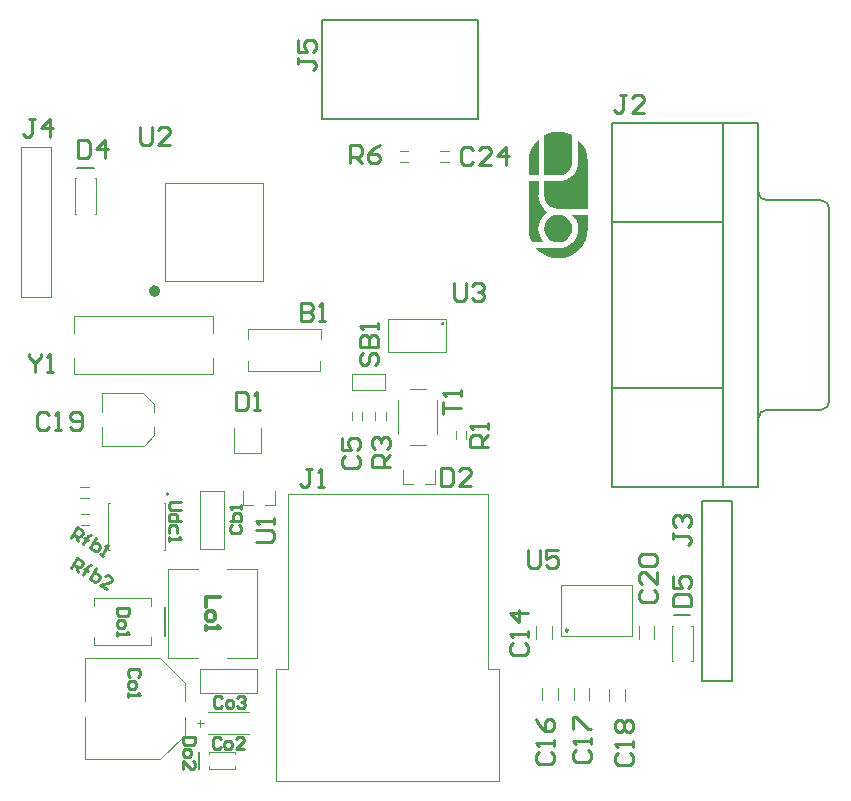
<source format=gbr>
%TF.GenerationSoftware,Altium Limited,Altium Designer,20.2.5 (213)*%
G04 Layer_Color=65535*
%FSLAX44Y44*%
%MOMM*%
%TF.SameCoordinates,3FE501F2-1E46-4B48-ABA6-5278C61F2325*%
%TF.FilePolarity,Positive*%
%TF.FileFunction,Legend,Top*%
%TF.Part,Single*%
G01*
G75*
%TA.AperFunction,NonConductor*%
%ADD63C,0.2500*%
%ADD64C,0.1000*%
%ADD65C,0.2000*%
%ADD66C,0.2540*%
%ADD87C,0.6000*%
%ADD88C,0.2100*%
%ADD89C,0.3000*%
G36*
X485622Y514962D02*
X477289D01*
Y526628D01*
X477168D01*
Y526628D01*
X477651Y531529D01*
X479080Y536242D01*
X481402Y540585D01*
X484526Y544391D01*
X485607Y545279D01*
X485622Y514962D01*
D02*
G37*
G36*
X507190Y551266D02*
X511902Y549837D01*
X513956Y548739D01*
X513956Y526628D01*
X514056D01*
X513655Y523583D01*
X512480Y520745D01*
X510610Y518307D01*
X508173Y516437D01*
X505335Y515262D01*
X502289Y514861D01*
X502289D01*
X490622Y514962D01*
Y548739D01*
X490622Y548739D01*
X492676Y549837D01*
X497388Y551266D01*
X502289Y551749D01*
X507190Y551266D01*
D02*
G37*
G36*
X520052Y544391D02*
X523176Y540585D01*
X525498Y536242D01*
X526927Y531529D01*
X527410Y526628D01*
Y526628D01*
X527289Y486628D01*
X502289D01*
Y486528D01*
X499243Y486929D01*
X496405Y488104D01*
X493968Y489974D01*
X492098Y492411D01*
X490923Y495249D01*
X490522Y498295D01*
X490622Y509962D01*
X502289D01*
X502289Y509881D01*
X502289D01*
X505556Y510203D01*
X508698Y511156D01*
X511593Y512703D01*
X514131Y514786D01*
X516214Y517324D01*
X517761Y520219D01*
X518714Y523361D01*
X519036Y526628D01*
X518956Y545262D01*
X518971Y545279D01*
X520052Y544391D01*
D02*
G37*
G36*
X485622Y498295D02*
X485542D01*
X485863Y495028D01*
X486816Y491886D01*
X488364Y488991D01*
X490447Y486453D01*
X492985Y484370D01*
X493437Y484128D01*
X492985Y483886D01*
X490447Y481804D01*
X488364Y479266D01*
X486816Y476371D01*
X485863Y473229D01*
X485542Y469962D01*
X485863Y466694D01*
X486816Y463553D01*
X488364Y460657D01*
X490340Y458250D01*
X480178Y458295D01*
X480178Y458295D01*
X479080Y460348D01*
X477651Y465061D01*
X477168Y469962D01*
X477289Y509962D01*
X485622D01*
Y498295D01*
D02*
G37*
G36*
X505335Y481328D02*
X508173Y480152D01*
X510610Y478282D01*
X512480Y475845D01*
X513655Y473007D01*
X514056Y469962D01*
X513655Y466916D01*
X512480Y464078D01*
X510610Y461641D01*
X508173Y459771D01*
X505335Y458595D01*
X502289Y458194D01*
X499243Y458595D01*
X496405Y459771D01*
X493968Y461641D01*
X492098Y464078D01*
X490923Y466916D01*
X490522Y469962D01*
X490923Y473007D01*
X492098Y475845D01*
X493968Y478282D01*
X496405Y480152D01*
X499243Y481328D01*
X502289Y481729D01*
X505335Y481328D01*
D02*
G37*
G36*
X527289Y481628D02*
Y469962D01*
X527410D01*
X526927Y465061D01*
X525498Y460348D01*
X523176Y456005D01*
X520052Y452198D01*
X516245Y449074D01*
X511902Y446753D01*
X507190Y445323D01*
X502289Y444841D01*
X497388Y445323D01*
X492676Y446753D01*
X488332Y449074D01*
X484526Y452198D01*
X483638Y453280D01*
X502289Y453295D01*
Y453214D01*
X505556Y453536D01*
X508698Y454489D01*
X511593Y456037D01*
X514131Y458120D01*
X516214Y460657D01*
X517761Y463553D01*
X518714Y466694D01*
X519036Y469962D01*
X518714Y473229D01*
X517761Y476371D01*
X516214Y479266D01*
X514238Y481674D01*
X527289Y481628D01*
D02*
G37*
D63*
X510750Y130000D02*
G03*
X510750Y130000I-1000J0D01*
G01*
X404498Y389508D02*
G03*
X404498Y389508I-500J0D01*
G01*
X225668Y219002D02*
X224002Y217335D01*
Y214003D01*
X225668Y212337D01*
X232332D01*
X233998Y214003D01*
Y217335D01*
X232332Y219002D01*
X224002Y222334D02*
X233998D01*
Y227332D01*
X232332Y228998D01*
X230666D01*
X229000D01*
X227334Y227332D01*
Y222334D01*
X233998Y232331D02*
Y235663D01*
Y233997D01*
X224002D01*
X225668Y232331D01*
X146332Y90248D02*
X147998Y91915D01*
Y95247D01*
X146332Y96913D01*
X139668D01*
X138002Y95247D01*
Y91915D01*
X139668Y90248D01*
X138002Y85250D02*
Y81918D01*
X139668Y80252D01*
X143000D01*
X144666Y81918D01*
Y85250D01*
X143000Y86916D01*
X139668D01*
X138002Y85250D01*
Y76919D02*
Y73587D01*
Y75253D01*
X147998D01*
X146332Y76919D01*
X216336Y37832D02*
X214669Y39498D01*
X211337D01*
X209671Y37832D01*
Y31168D01*
X211337Y29502D01*
X214669D01*
X216336Y31168D01*
X221334Y29502D02*
X224666D01*
X226332Y31168D01*
Y34500D01*
X224666Y36166D01*
X221334D01*
X219668Y34500D01*
Y31168D01*
X221334Y29502D01*
X236329D02*
X229664D01*
X236329Y36166D01*
Y37832D01*
X234663Y39498D01*
X231331D01*
X229664Y37832D01*
X138748Y148413D02*
X128752D01*
Y143414D01*
X130418Y141748D01*
X137082D01*
X138748Y143414D01*
Y148413D01*
X128752Y136750D02*
Y133418D01*
X130418Y131752D01*
X133750D01*
X135416Y133418D01*
Y136750D01*
X133750Y138416D01*
X130418D01*
X128752Y136750D01*
Y128419D02*
Y125087D01*
Y126753D01*
X138748D01*
X137082Y128419D01*
X89793Y208335D02*
X94792Y216993D01*
X99120Y214494D01*
X99730Y212218D01*
X98064Y209332D01*
X95788Y208722D01*
X91459Y211221D01*
X94345Y209555D02*
X95565Y205003D01*
X99894Y202504D02*
X104059Y209718D01*
X102393Y206833D01*
X100950Y207666D01*
X103836Y206000D01*
X102393Y206833D01*
X104059Y209718D01*
X106335Y210328D01*
X110664Y207829D02*
X105665Y199172D01*
X109994Y196672D01*
X112270Y197282D01*
X113103Y198725D01*
X113936Y200168D01*
X113326Y202444D01*
X108997Y204943D01*
X114323Y194173D02*
X117208Y192507D01*
X115766Y193340D01*
X120764Y201998D01*
X118488Y201388D01*
X89850Y182668D02*
X94849Y191326D01*
X99177Y188827D01*
X99787Y186551D01*
X98121Y183665D01*
X95845Y183055D01*
X91516Y185554D01*
X94402Y183888D02*
X95622Y179336D01*
X99951Y176837D02*
X104116Y184051D01*
X102450Y181166D01*
X101007Y181999D01*
X103893Y180333D01*
X102450Y181166D01*
X104116Y184051D01*
X106392Y184661D01*
X110721Y182162D02*
X105722Y173505D01*
X110051Y171005D01*
X112327Y171615D01*
X113160Y173058D01*
X113993Y174501D01*
X113383Y176777D01*
X109054Y179276D01*
X120151Y165174D02*
X114380Y168506D01*
X123484Y170946D01*
X124317Y172389D01*
X123707Y174665D01*
X120821Y176331D01*
X118545Y175721D01*
X182998Y238661D02*
X174668D01*
X173002Y236995D01*
Y233663D01*
X174668Y231997D01*
X182998D01*
Y222000D02*
X173002D01*
Y226998D01*
X174668Y228664D01*
X178000D01*
X179666Y226998D01*
Y222000D01*
Y212003D02*
Y217001D01*
X178000Y218668D01*
X174668D01*
X173002Y217001D01*
Y212003D01*
Y208671D02*
Y205339D01*
Y207005D01*
X182998D01*
X181332Y208671D01*
X217335Y72082D02*
X215669Y73748D01*
X212337D01*
X210671Y72082D01*
Y65418D01*
X212337Y63752D01*
X215669D01*
X217335Y65418D01*
X222334Y63752D02*
X225666D01*
X227332Y65418D01*
Y68750D01*
X225666Y70416D01*
X222334D01*
X220668Y68750D01*
Y65418D01*
X222334Y63752D01*
X230665Y72082D02*
X232331Y73748D01*
X235663D01*
X237329Y72082D01*
Y70416D01*
X235663Y68750D01*
X233997D01*
X235663D01*
X237329Y67084D01*
Y65418D01*
X235663Y63752D01*
X232331D01*
X230665Y65418D01*
X194748Y39079D02*
X184752D01*
Y34081D01*
X186418Y32415D01*
X193082D01*
X194748Y34081D01*
Y39079D01*
X184752Y27416D02*
Y24084D01*
X186418Y22418D01*
X189750D01*
X191416Y24084D01*
Y27416D01*
X189750Y29082D01*
X186418D01*
X184752Y27416D01*
Y12421D02*
Y19085D01*
X191416Y12421D01*
X193082D01*
X194748Y14087D01*
Y17419D01*
X193082Y19085D01*
D64*
X92500Y347000D02*
Y360750D01*
Y381250D02*
Y395500D01*
X210250Y381250D02*
Y395500D01*
Y347000D02*
Y360750D01*
X92500Y347000D02*
X210250D01*
X92500Y395500D02*
X210250D01*
X160000Y314350D02*
Y321250D01*
Y294750D02*
Y301650D01*
X115750Y314350D02*
Y330500D01*
Y286000D02*
Y301650D01*
X150750Y330500D02*
X160000Y321250D01*
X115750Y330500D02*
X150750D01*
X151250Y286000D02*
X160000Y294750D01*
X115750Y286000D02*
X151250D01*
X368500Y535500D02*
X375500D01*
X368500Y526500D02*
X375500D01*
X505000Y125000D02*
Y168000D01*
Y125000D02*
X564500D01*
Y168000D01*
X505000D02*
X564500D01*
X598250Y103500D02*
Y133500D01*
X616000Y103500D02*
Y133500D01*
X598250Y103500D02*
X599250D01*
X614750D02*
X616000D01*
X614750Y133500D02*
X616000D01*
X598250D02*
X599250D01*
X358498Y365008D02*
X407498D01*
X358498D02*
Y393008D01*
X407498Y365008D02*
Y393008D01*
X358498D02*
X407498D01*
X377000Y333750D02*
X390000D01*
X400000Y295750D02*
Y324750D01*
X377000Y286750D02*
X390000D01*
X367000Y295750D02*
Y324750D01*
X415500Y291500D02*
Y298500D01*
X424500Y291500D02*
Y298500D01*
X327500Y307500D02*
Y314500D01*
X336500Y307500D02*
Y314500D01*
X398000Y253750D02*
Y265500D01*
X371000Y253750D02*
Y265500D01*
Y253750D02*
X379250D01*
X389750D02*
X398000D01*
X347500Y307500D02*
Y314500D01*
X356500Y307500D02*
Y314500D01*
X355250Y333000D02*
Y347000D01*
X327250Y333000D02*
X355250D01*
X327250Y347000D02*
X355250D01*
X327250Y333000D02*
Y347000D01*
X262500Y235750D02*
Y247500D01*
X235500Y235750D02*
Y247500D01*
Y235750D02*
X243750D01*
X254250D02*
X262500D01*
X583750Y122750D02*
Y133250D01*
X570250Y122750D02*
Y133250D01*
X240000Y349500D02*
Y357750D01*
Y349500D02*
X301000D01*
Y357750D01*
X301250Y376500D02*
Y384500D01*
X239750D02*
X301250D01*
X239750Y376250D02*
Y384500D01*
X252501Y425491D02*
Y508491D01*
X169501Y425491D02*
Y508491D01*
X252501D01*
X169501Y425491D02*
X252501D01*
X402500Y535500D02*
X409500D01*
X402500Y526500D02*
X409500D01*
X488250Y70750D02*
Y81250D01*
X501750Y70750D02*
Y81250D01*
X515250Y70750D02*
Y81250D01*
X528750Y70750D02*
Y81250D01*
X496750Y122750D02*
Y133250D01*
X483250Y122750D02*
Y133250D01*
X545250Y69750D02*
Y80250D01*
X558750Y69750D02*
Y80250D01*
X250500Y280250D02*
Y301000D01*
X227500Y280250D02*
X250500D01*
X227500D02*
Y301000D01*
X93250Y512500D02*
X94250D01*
X109750D02*
X111000D01*
X109750Y482500D02*
X111000D01*
X93250D02*
X94250D01*
X111000D02*
Y512500D01*
X93250Y482500D02*
Y512500D01*
X47300Y539100D02*
X72700D01*
Y412100D02*
Y539100D01*
X47300Y412100D02*
Y539100D01*
Y412100D02*
X72700D01*
X452242Y1925D02*
Y96924D01*
X443133D02*
X452242D01*
X263642Y1925D02*
Y96924D01*
X273174D01*
X263642Y1925D02*
X452242D01*
X443133Y96924D02*
Y245025D01*
X273174Y96924D02*
Y245025D01*
X443133D01*
X169750Y197500D02*
Y237500D01*
X168750Y197500D02*
X169750D01*
X168750Y237500D02*
X169750D01*
X121500Y197500D02*
Y237500D01*
X122500D01*
X121500Y197500D02*
X122500D01*
X109000Y157000D02*
X157500D01*
X109000Y117000D02*
X157500D01*
Y150000D02*
Y157000D01*
Y117000D02*
Y124000D01*
X109000Y117000D02*
Y124000D01*
Y150000D02*
Y157000D01*
X199000Y76750D02*
X247500D01*
X199000Y97250D02*
X247500D01*
X199000Y76750D02*
Y97250D01*
X247500Y85250D02*
Y97250D01*
Y76750D02*
Y85250D01*
X207000Y12500D02*
X228500D01*
X207000Y27000D02*
X228500D01*
Y12500D02*
Y14750D01*
Y24750D02*
Y27000D01*
X207000Y12500D02*
Y14750D01*
Y24750D02*
Y27000D01*
X97700Y242000D02*
X104700D01*
X97700Y251000D02*
X104700D01*
X98000Y228000D02*
X105000D01*
X98000Y219000D02*
X105000D01*
X199000Y199000D02*
Y247500D01*
X219500Y199000D02*
Y247500D01*
X199000D02*
X219500D01*
X207500Y199000D02*
X219500D01*
X199000D02*
X207500D01*
X222000Y181750D02*
X247000D01*
X222000Y106500D02*
X247000D01*
Y181750D01*
X172000Y106750D02*
X197000D01*
X172000Y182000D02*
X197000D01*
X172000Y106750D02*
Y182000D01*
X206000Y60250D02*
X240250D01*
X196500Y51000D02*
X202000D01*
X199250Y48000D02*
Y54000D01*
X206000Y41750D02*
X240250D01*
X101750Y106000D02*
X165500D01*
X186250Y85250D01*
Y70250D02*
Y85250D01*
X101750Y70250D02*
Y106000D01*
Y20500D02*
X165500D01*
X186250Y41250D01*
Y56250D01*
X101750Y20500D02*
Y56250D01*
D65*
X671850Y500750D02*
G03*
X678800Y493800I6950J0D01*
G01*
X731800Y486800D02*
G03*
X724850Y493750I-6950J0D01*
G01*
X678800Y316500D02*
G03*
X671850Y309550I0J-6950D01*
G01*
X724850Y316550D02*
G03*
X731800Y323500I0J6950D01*
G01*
X434350Y562750D02*
Y581500D01*
X302600Y562750D02*
X434350D01*
X302600D02*
Y646500D01*
X434350D01*
Y581500D02*
Y646500D01*
X600000Y142500D02*
X614000D01*
X649700Y86900D02*
Y239300D01*
X624300Y86900D02*
Y239300D01*
Y86900D02*
X649700D01*
X624300Y239300D02*
X649700D01*
X95000Y521500D02*
X109000D01*
X169750Y125000D02*
Y149250D01*
X197750Y12750D02*
Y26750D01*
X641800Y251150D02*
Y559150D01*
X547800Y251150D02*
X671800D01*
X547800Y559150D02*
X671800D01*
X731800Y323500D02*
Y486800D01*
X547800Y251150D02*
Y559150D01*
X547800Y335150D02*
X641800D01*
X671800Y251150D02*
Y559150D01*
X547800Y475150D02*
X641800D01*
X678800Y493800D02*
X724800D01*
X678800Y316500D02*
X724800D01*
D66*
X281982Y614711D02*
Y609632D01*
Y612172D01*
X294678D01*
X297218Y609632D01*
Y607093D01*
X294678Y604554D01*
X281982Y629946D02*
Y619789D01*
X289600D01*
X287061Y624868D01*
Y627407D01*
X289600Y629946D01*
X294678D01*
X297218Y627407D01*
Y622328D01*
X294678Y619789D01*
X495922Y541078D02*
X506078Y530922D01*
X495922D02*
X506078Y541078D01*
X495922Y536000D02*
X506078D01*
X501000Y530922D02*
Y541078D01*
X53843Y363618D02*
Y361078D01*
X58922Y356000D01*
X64000Y361078D01*
Y363618D01*
X58922Y356000D02*
Y348382D01*
X69078D02*
X74157D01*
X71617D01*
Y363618D01*
X69078Y361078D01*
X476304Y197617D02*
Y184922D01*
X478843Y182383D01*
X483922D01*
X486461Y184922D01*
Y197617D01*
X501696D02*
X491539D01*
Y190000D01*
X496618Y192539D01*
X499157D01*
X501696Y190000D01*
Y184922D01*
X499157Y182383D01*
X494078D01*
X491539Y184922D01*
X414304Y423618D02*
Y410922D01*
X416843Y408382D01*
X421922D01*
X424461Y410922D01*
Y423618D01*
X429539Y421078D02*
X432078Y423618D01*
X437157D01*
X439696Y421078D01*
Y418539D01*
X437157Y416000D01*
X434618D01*
X437157D01*
X439696Y413461D01*
Y410922D01*
X437157Y408382D01*
X432078D01*
X429539Y410922D01*
X147954Y555647D02*
Y542951D01*
X150493Y540412D01*
X155571D01*
X158111Y542951D01*
Y555647D01*
X173346Y540412D02*
X163189D01*
X173346Y550569D01*
Y553108D01*
X170807Y555647D01*
X165728D01*
X163189Y553108D01*
X246382Y204843D02*
X259078D01*
X261618Y207383D01*
Y212461D01*
X259078Y215000D01*
X246382D01*
X261618Y220078D02*
Y225157D01*
Y222618D01*
X246382D01*
X248922Y220078D01*
X404382Y312843D02*
Y323000D01*
Y317922D01*
X419618D01*
Y328078D02*
Y333157D01*
Y330617D01*
X404382D01*
X406922Y328078D01*
X336922Y364383D02*
X334382Y361843D01*
Y356765D01*
X336922Y354226D01*
X339461D01*
X342000Y356765D01*
Y361843D01*
X344539Y364383D01*
X347078D01*
X349618Y361843D01*
Y356765D01*
X347078Y354226D01*
X334382Y369461D02*
X349618D01*
Y377078D01*
X347078Y379618D01*
X344539D01*
X342000Y377078D01*
Y369461D01*
Y377078D01*
X339461Y379618D01*
X336922D01*
X334382Y377078D01*
Y369461D01*
X349618Y384696D02*
Y389774D01*
Y387235D01*
X334382D01*
X336922Y384696D01*
X326304Y525382D02*
Y540617D01*
X333922D01*
X336461Y538078D01*
Y533000D01*
X333922Y530461D01*
X326304D01*
X331382D02*
X336461Y525382D01*
X351696Y540617D02*
X346618Y538078D01*
X341539Y533000D01*
Y527922D01*
X344078Y525382D01*
X349157D01*
X351696Y527922D01*
Y530461D01*
X349157Y533000D01*
X341539D01*
X359618Y268304D02*
X344382D01*
Y275922D01*
X346922Y278461D01*
X352000D01*
X354539Y275922D01*
Y268304D01*
Y273382D02*
X359618Y278461D01*
X346922Y283539D02*
X344382Y286078D01*
Y291157D01*
X346922Y293696D01*
X349461D01*
X352000Y291157D01*
Y288617D01*
Y291157D01*
X354539Y293696D01*
X357078D01*
X359618Y291157D01*
Y286078D01*
X357078Y283539D01*
X442617Y284843D02*
X427382D01*
Y292461D01*
X429922Y295000D01*
X435000D01*
X437539Y292461D01*
Y284843D01*
Y289922D02*
X442617Y295000D01*
Y300078D02*
Y305157D01*
Y302617D01*
X427382D01*
X429922Y300078D01*
X59341Y562514D02*
X54262D01*
X56802D01*
Y549818D01*
X54262Y547279D01*
X51723D01*
X49184Y549818D01*
X72037Y547279D02*
Y562514D01*
X64419Y554896D01*
X74576D01*
X599078Y211923D02*
Y206844D01*
Y209384D01*
X611774D01*
X614313Y206844D01*
Y204305D01*
X611774Y201766D01*
X601617Y217001D02*
X599078Y219540D01*
Y224619D01*
X601617Y227158D01*
X604156D01*
X606695Y224619D01*
Y222080D01*
Y224619D01*
X609235Y227158D01*
X611774D01*
X614313Y224619D01*
Y219540D01*
X611774Y217001D01*
X599382Y150304D02*
X614618D01*
Y157922D01*
X612078Y160461D01*
X601922D01*
X599382Y157922D01*
Y150304D01*
Y175696D02*
Y165539D01*
X607000D01*
X604461Y170618D01*
Y173157D01*
X607000Y175696D01*
X612078D01*
X614618Y173157D01*
Y168078D01*
X612078Y165539D01*
X95376Y545233D02*
Y529998D01*
X102993D01*
X105533Y532537D01*
Y542694D01*
X102993Y545233D01*
X95376D01*
X118229Y529998D02*
Y545233D01*
X110611Y537616D01*
X120768D01*
X402804Y267617D02*
Y252382D01*
X410422D01*
X412961Y254922D01*
Y265078D01*
X410422Y267617D01*
X402804D01*
X428196Y252382D02*
X418039D01*
X428196Y262539D01*
Y265078D01*
X425657Y267617D01*
X420578D01*
X418039Y265078D01*
X229656Y331309D02*
Y316074D01*
X237274D01*
X239813Y318613D01*
Y328770D01*
X237274Y331309D01*
X229656D01*
X244891Y316074D02*
X249969D01*
X247430D01*
Y331309D01*
X244891Y328770D01*
X429843Y536078D02*
X427304Y538618D01*
X422226D01*
X419687Y536078D01*
Y525922D01*
X422226Y523382D01*
X427304D01*
X429843Y525922D01*
X445078Y523382D02*
X434922D01*
X445078Y533539D01*
Y536078D01*
X442539Y538618D01*
X437461D01*
X434922Y536078D01*
X457774Y523382D02*
Y538618D01*
X450157Y531000D01*
X460313D01*
X572922Y163843D02*
X570382Y161304D01*
Y156226D01*
X572922Y153687D01*
X583078D01*
X585617Y156226D01*
Y161304D01*
X583078Y163843D01*
X585617Y179078D02*
Y168922D01*
X575461Y179078D01*
X572922D01*
X570382Y176539D01*
Y171461D01*
X572922Y168922D01*
Y184157D02*
X570382Y186696D01*
Y191774D01*
X572922Y194313D01*
X583078D01*
X585617Y191774D01*
Y186696D01*
X583078Y184157D01*
X572922D01*
X71113Y312078D02*
X68574Y314618D01*
X63495D01*
X60956Y312078D01*
Y301922D01*
X63495Y299382D01*
X68574D01*
X71113Y301922D01*
X76191Y299382D02*
X81270D01*
X78730D01*
Y314618D01*
X76191Y312078D01*
X88887Y301922D02*
X91426Y299382D01*
X96505D01*
X99044Y301922D01*
Y312078D01*
X96505Y314618D01*
X91426D01*
X88887Y312078D01*
Y309539D01*
X91426Y307000D01*
X99044D01*
X552922Y26113D02*
X550382Y23574D01*
Y18495D01*
X552922Y15956D01*
X563078D01*
X565617Y18495D01*
Y23574D01*
X563078Y26113D01*
X565617Y31191D02*
Y36270D01*
Y33730D01*
X550382D01*
X552922Y31191D01*
Y43887D02*
X550382Y46426D01*
Y51505D01*
X552922Y54044D01*
X555461D01*
X558000Y51505D01*
X560539Y54044D01*
X563078D01*
X565617Y51505D01*
Y46426D01*
X563078Y43887D01*
X560539D01*
X558000Y46426D01*
X555461Y43887D01*
X552922D01*
X558000Y46426D02*
Y51505D01*
X516922Y28113D02*
X514382Y25574D01*
Y20495D01*
X516922Y17956D01*
X527078D01*
X529618Y20495D01*
Y25574D01*
X527078Y28113D01*
X529618Y33191D02*
Y38270D01*
Y35730D01*
X514382D01*
X516922Y33191D01*
X514382Y45887D02*
Y56044D01*
X516922D01*
X527078Y45887D01*
X529618D01*
X485922Y27113D02*
X483382Y24574D01*
Y19495D01*
X485922Y16956D01*
X496078D01*
X498618Y19495D01*
Y24574D01*
X496078Y27113D01*
X498618Y32191D02*
Y37270D01*
Y34731D01*
X483382D01*
X485922Y32191D01*
X483382Y55044D02*
X485922Y49966D01*
X491000Y44887D01*
X496078D01*
X498618Y47426D01*
Y52505D01*
X496078Y55044D01*
X493539D01*
X491000Y52505D01*
Y44887D01*
X463922Y119113D02*
X461382Y116574D01*
Y111495D01*
X463922Y108956D01*
X474078D01*
X476618Y111495D01*
Y116574D01*
X474078Y119113D01*
X476618Y124191D02*
Y129270D01*
Y126730D01*
X461382D01*
X463922Y124191D01*
X476618Y144505D02*
X461382D01*
X469000Y136887D01*
Y147044D01*
X321922Y277461D02*
X319382Y274922D01*
Y269843D01*
X321922Y267304D01*
X332078D01*
X334618Y269843D01*
Y274922D01*
X332078Y277461D01*
X319382Y292696D02*
Y282539D01*
X327000D01*
X324461Y287617D01*
Y290157D01*
X327000Y292696D01*
X332078D01*
X334618Y290157D01*
Y285078D01*
X332078Y282539D01*
X284843Y406618D02*
Y391382D01*
X292461D01*
X295000Y393922D01*
Y396461D01*
X292461Y399000D01*
X284843D01*
X292461D01*
X295000Y401539D01*
Y404078D01*
X292461Y406618D01*
X284843D01*
X300078Y391382D02*
X305157D01*
X302617D01*
Y406618D01*
X300078Y404078D01*
X559501Y583093D02*
X554422D01*
X556962D01*
Y570397D01*
X554422Y567858D01*
X551883D01*
X549344Y570397D01*
X574736Y567858D02*
X564579D01*
X574736Y578015D01*
Y580554D01*
X572197Y583093D01*
X567118D01*
X564579Y580554D01*
X294000Y266618D02*
X288922D01*
X291461D01*
Y253922D01*
X288922Y251383D01*
X286383D01*
X283843Y253922D01*
X299078Y251383D02*
X304157D01*
X301618D01*
Y266618D01*
X299078Y264078D01*
D87*
X162501Y416991D02*
G03*
X162501Y416991I-2000J0D01*
G01*
D88*
X172250Y245250D02*
G03*
X172250Y245250I-1000J0D01*
G01*
D89*
X215998Y157745D02*
X204002D01*
Y149748D01*
Y143750D02*
Y139751D01*
X206001Y137752D01*
X210000D01*
X211999Y139751D01*
Y143750D01*
X210000Y145749D01*
X206001D01*
X204002Y143750D01*
Y133753D02*
Y129754D01*
Y131754D01*
X215998D01*
X213999Y133753D01*
%TF.MD5,ad536623cbed4b7811c630b5663f0313*%
M02*

</source>
